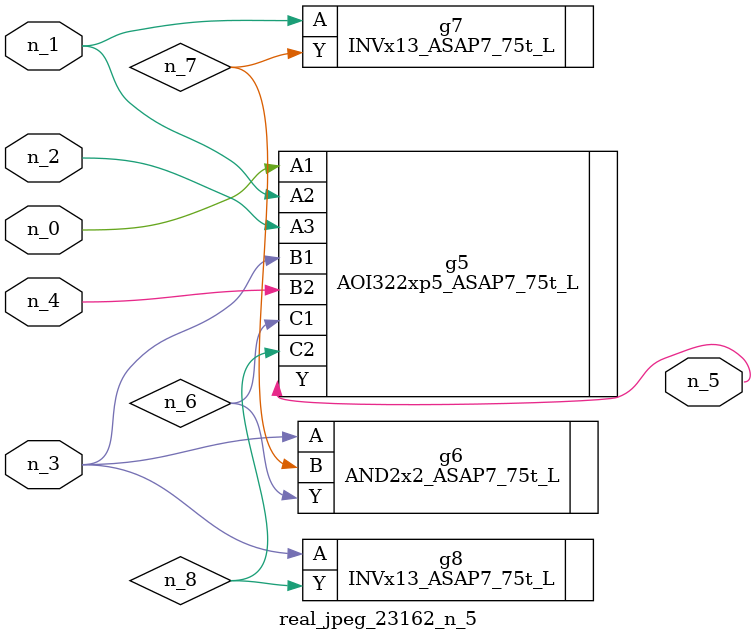
<source format=v>
module real_jpeg_23162_n_5 (n_4, n_0, n_1, n_2, n_3, n_5);

input n_4;
input n_0;
input n_1;
input n_2;
input n_3;

output n_5;

wire n_8;
wire n_6;
wire n_7;

AOI322xp5_ASAP7_75t_L g5 ( 
.A1(n_0),
.A2(n_1),
.A3(n_2),
.B1(n_3),
.B2(n_4),
.C1(n_6),
.C2(n_8),
.Y(n_5)
);

INVx13_ASAP7_75t_L g7 ( 
.A(n_1),
.Y(n_7)
);

AND2x2_ASAP7_75t_L g6 ( 
.A(n_3),
.B(n_7),
.Y(n_6)
);

INVx13_ASAP7_75t_L g8 ( 
.A(n_3),
.Y(n_8)
);


endmodule
</source>
